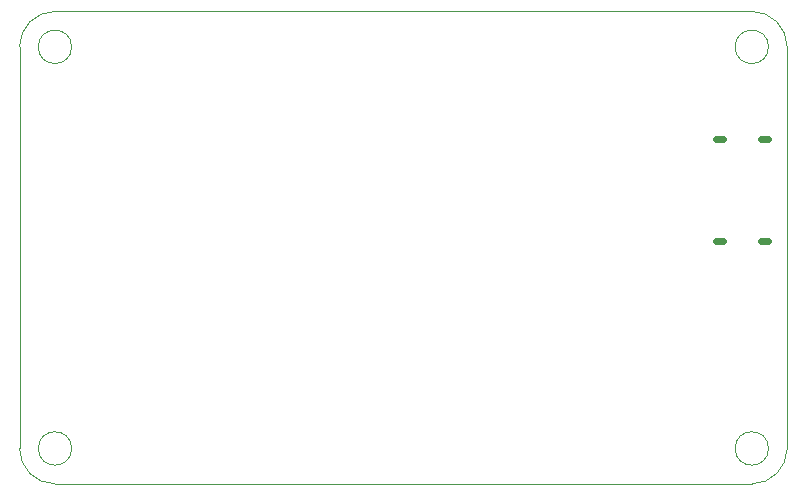
<source format=gbr>
%TF.GenerationSoftware,KiCad,Pcbnew,8.0.4*%
%TF.CreationDate,2024-07-30T00:05:44-04:00*%
%TF.ProjectId,esp32-node-board-40x65_telemetry,65737033-322d-46e6-9f64-652d626f6172,rev?*%
%TF.SameCoordinates,Original*%
%TF.FileFunction,Profile,NP*%
%FSLAX46Y46*%
G04 Gerber Fmt 4.6, Leading zero omitted, Abs format (unit mm)*
G04 Created by KiCad (PCBNEW 8.0.4) date 2024-07-30 00:05:44*
%MOMM*%
%LPD*%
G01*
G04 APERTURE LIST*
%TA.AperFunction,Profile*%
%ADD10C,0.050000*%
%TD*%
%TA.AperFunction,Profile*%
%ADD11C,0.609600*%
%TD*%
G04 APERTURE END LIST*
D10*
%TO.C,H1*%
X79800000Y-118550000D02*
X79800000Y-84550000D01*
X82800000Y-81550000D02*
X141800000Y-81550000D01*
X141800000Y-121550000D02*
X82800000Y-121550000D01*
X144800000Y-84550000D02*
X144800000Y-118550000D01*
X79800000Y-84550000D02*
G75*
G02*
X82800000Y-81550000I3000000J0D01*
G01*
X82800000Y-121550000D02*
G75*
G02*
X79800000Y-118550000I0J3000000D01*
G01*
X141800000Y-81550000D02*
G75*
G02*
X144800000Y-84550000I0J-3000000D01*
G01*
X144800000Y-118550000D02*
G75*
G02*
X141800000Y-121550000I-3000000J0D01*
G01*
X84214214Y-84550000D02*
G75*
G02*
X81385786Y-84550000I-1414214J0D01*
G01*
X81385786Y-84550000D02*
G75*
G02*
X84214214Y-84550000I1414214J0D01*
G01*
X84214214Y-118550000D02*
G75*
G02*
X81385786Y-118550000I-1414214J0D01*
G01*
X81385786Y-118550000D02*
G75*
G02*
X84214214Y-118550000I1414214J0D01*
G01*
X143214214Y-84550000D02*
G75*
G02*
X140385786Y-84550000I-1414214J0D01*
G01*
X140385786Y-84550000D02*
G75*
G02*
X143214214Y-84550000I1414214J0D01*
G01*
X143214214Y-118550000D02*
G75*
G02*
X140385786Y-118550000I-1414214J0D01*
G01*
X140385786Y-118550000D02*
G75*
G02*
X143214214Y-118550000I1414214J0D01*
G01*
D11*
%TO.C,J8*%
X139337700Y-92330000D02*
X138753500Y-92330000D01*
X139337700Y-100970000D02*
X138753500Y-100970000D01*
X143137699Y-92330000D02*
X142553499Y-92330000D01*
X143137699Y-100970000D02*
X142553499Y-100970000D01*
%TD*%
M02*

</source>
